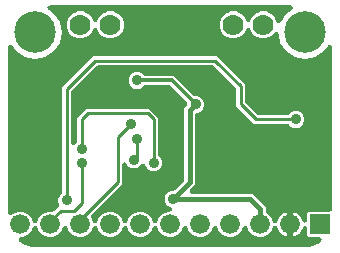
<source format=gbr>
G04 EAGLE Gerber RS-274X export*
G75*
%MOMM*%
%FSLAX34Y34*%
%LPD*%
%INBottom Copper*%
%IPPOS*%
%AMOC8*
5,1,8,0,0,1.08239X$1,22.5*%
G01*
%ADD10C,3.516000*%
%ADD11R,1.676400X1.676400*%
%ADD12C,1.676400*%
%ADD13C,1.778000*%
%ADD14C,0.906400*%
%ADD15C,0.254000*%
%ADD16C,0.406400*%
%ADD17C,0.304800*%

G36*
X254066Y2547D02*
X254066Y2547D01*
X254159Y2547D01*
X257418Y2803D01*
X257490Y2816D01*
X257563Y2820D01*
X257728Y2859D01*
X257814Y2875D01*
X257845Y2887D01*
X257886Y2897D01*
X264083Y4910D01*
X264224Y4972D01*
X264366Y5026D01*
X264413Y5055D01*
X264452Y5072D01*
X264523Y5121D01*
X264650Y5199D01*
X267119Y6993D01*
X267245Y7105D01*
X267374Y7212D01*
X267395Y7238D01*
X267419Y7260D01*
X267521Y7395D01*
X267626Y7526D01*
X267641Y7556D01*
X267661Y7582D01*
X267734Y7734D01*
X267812Y7883D01*
X267821Y7915D01*
X267835Y7945D01*
X267876Y8108D01*
X267923Y8270D01*
X267926Y8304D01*
X267934Y8336D01*
X267942Y8503D01*
X267956Y8672D01*
X267952Y8705D01*
X267954Y8738D01*
X267929Y8904D01*
X267909Y9071D01*
X267899Y9103D01*
X267894Y9136D01*
X267836Y9294D01*
X267784Y9454D01*
X267768Y9483D01*
X267756Y9515D01*
X267669Y9658D01*
X267586Y9805D01*
X267564Y9830D01*
X267547Y9859D01*
X267433Y9982D01*
X267323Y10110D01*
X267297Y10130D01*
X267274Y10154D01*
X267137Y10254D01*
X267005Y10356D01*
X266975Y10371D01*
X266948Y10391D01*
X266795Y10461D01*
X266644Y10536D01*
X266612Y10544D01*
X266582Y10558D01*
X266418Y10596D01*
X266256Y10640D01*
X266218Y10643D01*
X266190Y10650D01*
X266104Y10653D01*
X265925Y10667D01*
X257266Y10667D01*
X255777Y12156D01*
X255777Y17975D01*
X255769Y18059D01*
X255770Y18143D01*
X255749Y18259D01*
X255737Y18376D01*
X255713Y18456D01*
X255697Y18539D01*
X255654Y18648D01*
X255619Y18761D01*
X255579Y18835D01*
X255548Y18913D01*
X255483Y19011D01*
X255427Y19115D01*
X255374Y19179D01*
X255327Y19250D01*
X255245Y19334D01*
X255170Y19424D01*
X255104Y19477D01*
X255045Y19537D01*
X254947Y19603D01*
X254856Y19676D01*
X254781Y19715D01*
X254711Y19762D01*
X254603Y19808D01*
X254499Y19862D01*
X254418Y19885D01*
X254340Y19918D01*
X254225Y19941D01*
X254112Y19973D01*
X254028Y19980D01*
X253945Y19996D01*
X253828Y19996D01*
X253710Y20006D01*
X253627Y19996D01*
X253542Y19996D01*
X253427Y19973D01*
X253311Y19959D01*
X253230Y19933D01*
X253148Y19916D01*
X253039Y19871D01*
X252928Y19834D01*
X252854Y19793D01*
X252777Y19760D01*
X252680Y19694D01*
X252577Y19636D01*
X252513Y19581D01*
X252444Y19534D01*
X252361Y19450D01*
X252273Y19373D01*
X252221Y19307D01*
X252162Y19246D01*
X252098Y19148D01*
X252026Y19055D01*
X251988Y18980D01*
X251942Y18909D01*
X251885Y18772D01*
X251846Y18695D01*
X251835Y18654D01*
X251814Y18603D01*
X251423Y17397D01*
X250642Y15865D01*
X249631Y14474D01*
X248416Y13259D01*
X247025Y12248D01*
X245493Y11468D01*
X243858Y10936D01*
X243799Y10927D01*
X243799Y21122D01*
X243797Y21140D01*
X243799Y21157D01*
X243778Y21339D01*
X243759Y21522D01*
X243754Y21539D01*
X243752Y21557D01*
X243739Y21598D01*
X243766Y21692D01*
X243768Y21710D01*
X243772Y21727D01*
X243799Y22058D01*
X243799Y32253D01*
X243858Y32244D01*
X245493Y31712D01*
X247025Y30932D01*
X248416Y29921D01*
X249631Y28706D01*
X250642Y27315D01*
X251423Y25783D01*
X251814Y24577D01*
X251848Y24500D01*
X251873Y24419D01*
X251929Y24316D01*
X251976Y24209D01*
X252024Y24140D01*
X252065Y24065D01*
X252140Y23975D01*
X252207Y23879D01*
X252268Y23821D01*
X252322Y23756D01*
X252414Y23683D01*
X252499Y23602D01*
X252570Y23557D01*
X252636Y23504D01*
X252740Y23450D01*
X252840Y23387D01*
X252919Y23357D01*
X252993Y23318D01*
X253106Y23286D01*
X253216Y23244D01*
X253299Y23230D01*
X253380Y23207D01*
X253497Y23197D01*
X253613Y23178D01*
X253698Y23181D01*
X253782Y23174D01*
X253898Y23188D01*
X254016Y23192D01*
X254098Y23211D01*
X254181Y23221D01*
X254293Y23257D01*
X254407Y23284D01*
X254484Y23320D01*
X254564Y23346D01*
X254666Y23403D01*
X254773Y23453D01*
X254841Y23502D01*
X254915Y23544D01*
X255004Y23620D01*
X255099Y23690D01*
X255156Y23752D01*
X255220Y23807D01*
X255292Y23900D01*
X255371Y23986D01*
X255415Y24058D01*
X255466Y24125D01*
X255519Y24230D01*
X255579Y24331D01*
X255608Y24410D01*
X255646Y24485D01*
X255676Y24599D01*
X255716Y24709D01*
X255728Y24793D01*
X255750Y24874D01*
X255762Y25023D01*
X255775Y25108D01*
X255773Y25150D01*
X255777Y25205D01*
X255777Y31024D01*
X257266Y32513D01*
X274828Y32513D01*
X274846Y32515D01*
X274864Y32513D01*
X275046Y32534D01*
X275229Y32553D01*
X275246Y32558D01*
X275263Y32560D01*
X275438Y32617D01*
X275614Y32671D01*
X275629Y32679D01*
X275646Y32685D01*
X275806Y32775D01*
X275968Y32863D01*
X275981Y32874D01*
X275997Y32883D01*
X276136Y33003D01*
X276277Y33120D01*
X276288Y33134D01*
X276302Y33146D01*
X276414Y33291D01*
X276529Y33434D01*
X276537Y33450D01*
X276548Y33464D01*
X276630Y33629D01*
X276715Y33791D01*
X276720Y33808D01*
X276728Y33824D01*
X276775Y34002D01*
X276826Y34178D01*
X276828Y34196D01*
X276832Y34213D01*
X276859Y34544D01*
X276859Y171660D01*
X276859Y171667D01*
X276859Y171674D01*
X276838Y171870D01*
X276819Y172061D01*
X276817Y172067D01*
X276817Y172074D01*
X276758Y172260D01*
X276701Y172446D01*
X276698Y172452D01*
X276696Y172458D01*
X276602Y172629D01*
X276509Y172800D01*
X276505Y172805D01*
X276502Y172811D01*
X276375Y172961D01*
X276252Y173109D01*
X276246Y173113D01*
X276242Y173118D01*
X276090Y173239D01*
X275938Y173361D01*
X275932Y173365D01*
X275927Y173369D01*
X275754Y173457D01*
X275581Y173547D01*
X275574Y173549D01*
X275568Y173552D01*
X275382Y173604D01*
X275194Y173658D01*
X275187Y173659D01*
X275181Y173661D01*
X274988Y173675D01*
X274792Y173691D01*
X274786Y173690D01*
X274779Y173691D01*
X274586Y173667D01*
X274393Y173644D01*
X274386Y173642D01*
X274380Y173641D01*
X274197Y173580D01*
X274010Y173520D01*
X274004Y173516D01*
X273998Y173514D01*
X273831Y173419D01*
X273659Y173322D01*
X273654Y173317D01*
X273648Y173314D01*
X273503Y173187D01*
X273355Y173058D01*
X273350Y173053D01*
X273345Y173049D01*
X273139Y172789D01*
X270024Y168126D01*
X262672Y163214D01*
X254000Y161489D01*
X245328Y163214D01*
X237976Y168126D01*
X233064Y175478D01*
X231569Y182995D01*
X231566Y183006D01*
X231564Y183017D01*
X231507Y183197D01*
X231452Y183380D01*
X231446Y183390D01*
X231443Y183400D01*
X231351Y183567D01*
X231261Y183734D01*
X231254Y183743D01*
X231248Y183753D01*
X231125Y183897D01*
X231004Y184044D01*
X230995Y184051D01*
X230988Y184060D01*
X230839Y184177D01*
X230690Y184297D01*
X230680Y184302D01*
X230672Y184309D01*
X230502Y184396D01*
X230333Y184484D01*
X230323Y184487D01*
X230313Y184492D01*
X230129Y184543D01*
X229947Y184596D01*
X229936Y184597D01*
X229925Y184600D01*
X229734Y184614D01*
X229546Y184630D01*
X229535Y184628D01*
X229523Y184629D01*
X229332Y184605D01*
X229146Y184584D01*
X229135Y184580D01*
X229124Y184579D01*
X228943Y184518D01*
X228763Y184460D01*
X228753Y184454D01*
X228742Y184450D01*
X228577Y184355D01*
X228411Y184262D01*
X228403Y184255D01*
X228393Y184250D01*
X228140Y184035D01*
X224915Y180809D01*
X220714Y179069D01*
X216166Y179069D01*
X211965Y180809D01*
X208749Y184025D01*
X207617Y186760D01*
X207612Y186768D01*
X207610Y186776D01*
X207518Y186944D01*
X207426Y187115D01*
X207421Y187122D01*
X207416Y187130D01*
X207293Y187276D01*
X207170Y187425D01*
X207163Y187431D01*
X207157Y187438D01*
X207007Y187557D01*
X206857Y187679D01*
X206849Y187683D01*
X206843Y187689D01*
X206671Y187777D01*
X206501Y187866D01*
X206492Y187869D01*
X206484Y187873D01*
X206299Y187925D01*
X206114Y187979D01*
X206106Y187980D01*
X206097Y187982D01*
X205906Y187997D01*
X205713Y188014D01*
X205704Y188013D01*
X205696Y188013D01*
X205503Y187990D01*
X205313Y187969D01*
X205305Y187966D01*
X205296Y187965D01*
X205111Y187904D01*
X204930Y187845D01*
X204922Y187841D01*
X204914Y187838D01*
X204746Y187743D01*
X204578Y187649D01*
X204572Y187643D01*
X204564Y187639D01*
X204419Y187512D01*
X204273Y187387D01*
X204267Y187380D01*
X204260Y187374D01*
X204143Y187222D01*
X204024Y187070D01*
X204020Y187062D01*
X204015Y187055D01*
X203863Y186760D01*
X202731Y184025D01*
X199515Y180809D01*
X195314Y179069D01*
X190766Y179069D01*
X186565Y180809D01*
X183349Y184025D01*
X181609Y188226D01*
X181609Y192774D01*
X183349Y196975D01*
X186565Y200191D01*
X190357Y201761D01*
X190766Y201931D01*
X195314Y201931D01*
X199515Y200191D01*
X202731Y196975D01*
X203863Y194240D01*
X203868Y194232D01*
X203870Y194224D01*
X203963Y194055D01*
X204054Y193885D01*
X204059Y193878D01*
X204064Y193870D01*
X204188Y193723D01*
X204310Y193575D01*
X204317Y193569D01*
X204323Y193562D01*
X204474Y193442D01*
X204623Y193321D01*
X204630Y193317D01*
X204638Y193311D01*
X204808Y193224D01*
X204979Y193134D01*
X204988Y193131D01*
X204996Y193127D01*
X205178Y193076D01*
X205366Y193021D01*
X205375Y193020D01*
X205383Y193018D01*
X205574Y193003D01*
X205767Y192986D01*
X205776Y192987D01*
X205784Y192987D01*
X205975Y193010D01*
X206167Y193031D01*
X206175Y193034D01*
X206184Y193035D01*
X206365Y193095D01*
X206550Y193155D01*
X206558Y193159D01*
X206566Y193162D01*
X206733Y193257D01*
X206902Y193351D01*
X206908Y193357D01*
X206916Y193361D01*
X207063Y193489D01*
X207207Y193613D01*
X207213Y193620D01*
X207220Y193626D01*
X207337Y193779D01*
X207456Y193930D01*
X207460Y193938D01*
X207465Y193945D01*
X207617Y194240D01*
X208749Y196975D01*
X211965Y200191D01*
X215757Y201761D01*
X216166Y201931D01*
X220714Y201931D01*
X224915Y200191D01*
X228131Y196975D01*
X229626Y193364D01*
X229631Y193354D01*
X229635Y193344D01*
X229726Y193177D01*
X229816Y193009D01*
X229823Y193001D01*
X229829Y192991D01*
X229952Y192845D01*
X230073Y192699D01*
X230081Y192692D01*
X230089Y192683D01*
X230239Y192564D01*
X230385Y192445D01*
X230395Y192440D01*
X230404Y192433D01*
X230574Y192346D01*
X230742Y192258D01*
X230753Y192255D01*
X230763Y192250D01*
X230945Y192199D01*
X231128Y192145D01*
X231139Y192144D01*
X231150Y192141D01*
X231340Y192127D01*
X231529Y192110D01*
X231540Y192112D01*
X231552Y192111D01*
X231741Y192134D01*
X231929Y192156D01*
X231940Y192159D01*
X231951Y192160D01*
X232131Y192220D01*
X232313Y192279D01*
X232323Y192284D01*
X232333Y192288D01*
X232497Y192382D01*
X232664Y192475D01*
X232673Y192482D01*
X232682Y192488D01*
X232825Y192613D01*
X232970Y192737D01*
X232977Y192746D01*
X232985Y192753D01*
X233192Y193013D01*
X237976Y200174D01*
X242639Y203289D01*
X242644Y203293D01*
X242650Y203297D01*
X242797Y203419D01*
X242950Y203545D01*
X242954Y203550D01*
X242959Y203554D01*
X243080Y203704D01*
X243204Y203857D01*
X243207Y203863D01*
X243211Y203868D01*
X243300Y204039D01*
X243392Y204213D01*
X243394Y204220D01*
X243397Y204225D01*
X243451Y204413D01*
X243506Y204599D01*
X243507Y204606D01*
X243508Y204612D01*
X243524Y204808D01*
X243541Y205000D01*
X243541Y205007D01*
X243541Y205014D01*
X243519Y205207D01*
X243497Y205400D01*
X243495Y205407D01*
X243494Y205413D01*
X243434Y205600D01*
X243375Y205784D01*
X243372Y205790D01*
X243370Y205796D01*
X243274Y205965D01*
X243179Y206136D01*
X243175Y206141D01*
X243172Y206147D01*
X243046Y206292D01*
X242918Y206442D01*
X242913Y206447D01*
X242908Y206452D01*
X242757Y206569D01*
X242602Y206691D01*
X242596Y206694D01*
X242590Y206698D01*
X242416Y206785D01*
X242242Y206873D01*
X242236Y206875D01*
X242230Y206878D01*
X242041Y206928D01*
X241854Y206980D01*
X241848Y206980D01*
X241841Y206982D01*
X241510Y207009D01*
X37890Y207009D01*
X37883Y207009D01*
X37876Y207009D01*
X37681Y206988D01*
X37489Y206969D01*
X37483Y206967D01*
X37476Y206967D01*
X37291Y206908D01*
X37104Y206851D01*
X37098Y206848D01*
X37092Y206846D01*
X36922Y206753D01*
X36750Y206659D01*
X36745Y206655D01*
X36739Y206652D01*
X36590Y206526D01*
X36441Y206402D01*
X36437Y206397D01*
X36432Y206392D01*
X36310Y206239D01*
X36189Y206088D01*
X36185Y206082D01*
X36181Y206077D01*
X36093Y205903D01*
X36003Y205731D01*
X36001Y205724D01*
X35998Y205718D01*
X35946Y205532D01*
X35892Y205344D01*
X35891Y205337D01*
X35889Y205331D01*
X35875Y205138D01*
X35859Y204942D01*
X35860Y204936D01*
X35859Y204929D01*
X35883Y204736D01*
X35906Y204543D01*
X35908Y204536D01*
X35909Y204530D01*
X35970Y204345D01*
X36031Y204160D01*
X36034Y204154D01*
X36036Y204148D01*
X36133Y203979D01*
X36228Y203809D01*
X36233Y203804D01*
X36236Y203798D01*
X36364Y203653D01*
X36492Y203505D01*
X36497Y203500D01*
X36501Y203495D01*
X36761Y203289D01*
X41424Y200174D01*
X46336Y192822D01*
X48061Y184150D01*
X46336Y175478D01*
X41424Y168126D01*
X34072Y163214D01*
X25400Y161489D01*
X16728Y163214D01*
X9376Y168126D01*
X6261Y172789D01*
X6257Y172794D01*
X6253Y172800D01*
X6129Y172949D01*
X6005Y173100D01*
X6000Y173104D01*
X5996Y173109D01*
X5843Y173232D01*
X5693Y173354D01*
X5687Y173357D01*
X5682Y173361D01*
X5510Y173451D01*
X5337Y173542D01*
X5330Y173544D01*
X5325Y173547D01*
X5139Y173600D01*
X4951Y173656D01*
X4944Y173657D01*
X4938Y173658D01*
X4744Y173674D01*
X4550Y173691D01*
X4543Y173691D01*
X4536Y173691D01*
X4343Y173669D01*
X4150Y173647D01*
X4143Y173645D01*
X4137Y173644D01*
X3950Y173584D01*
X3766Y173525D01*
X3760Y173522D01*
X3754Y173519D01*
X3582Y173423D01*
X3414Y173329D01*
X3409Y173325D01*
X3403Y173322D01*
X3255Y173194D01*
X3108Y173068D01*
X3104Y173063D01*
X3098Y173058D01*
X2979Y172904D01*
X2859Y172752D01*
X2856Y172746D01*
X2852Y172740D01*
X2765Y172565D01*
X2677Y172392D01*
X2675Y172386D01*
X2672Y172380D01*
X2621Y172190D01*
X2570Y172004D01*
X2570Y171998D01*
X2568Y171991D01*
X2541Y171660D01*
X2541Y31782D01*
X2542Y31773D01*
X2541Y31764D01*
X2562Y31571D01*
X2581Y31381D01*
X2583Y31372D01*
X2584Y31364D01*
X2642Y31180D01*
X2699Y30996D01*
X2703Y30988D01*
X2706Y30980D01*
X2799Y30811D01*
X2891Y30642D01*
X2896Y30635D01*
X2901Y30627D01*
X3026Y30480D01*
X3148Y30333D01*
X3155Y30327D01*
X3161Y30320D01*
X3313Y30200D01*
X3462Y30081D01*
X3470Y30076D01*
X3477Y30071D01*
X3650Y29983D01*
X3819Y29895D01*
X3828Y29893D01*
X3836Y29888D01*
X4021Y29837D01*
X4206Y29784D01*
X4215Y29783D01*
X4224Y29780D01*
X4416Y29766D01*
X4608Y29751D01*
X4616Y29752D01*
X4625Y29751D01*
X4817Y29775D01*
X5007Y29798D01*
X5016Y29800D01*
X5025Y29802D01*
X5207Y29863D01*
X5390Y29922D01*
X5398Y29927D01*
X5406Y29930D01*
X5574Y30026D01*
X5741Y30120D01*
X5748Y30126D01*
X5755Y30131D01*
X6008Y30345D01*
X6513Y30850D01*
X10527Y32513D01*
X14873Y32513D01*
X18887Y30850D01*
X21960Y27777D01*
X23523Y24003D01*
X23528Y23995D01*
X23530Y23986D01*
X23623Y23817D01*
X23714Y23648D01*
X23719Y23641D01*
X23724Y23633D01*
X23848Y23485D01*
X23970Y23337D01*
X23977Y23332D01*
X23983Y23325D01*
X24133Y23205D01*
X24283Y23084D01*
X24291Y23079D01*
X24298Y23074D01*
X24467Y22987D01*
X24639Y22896D01*
X24648Y22894D01*
X24656Y22890D01*
X24838Y22838D01*
X25026Y22783D01*
X25035Y22783D01*
X25043Y22780D01*
X25234Y22765D01*
X25427Y22749D01*
X25436Y22750D01*
X25444Y22749D01*
X25635Y22772D01*
X25827Y22794D01*
X25835Y22797D01*
X25844Y22798D01*
X26026Y22858D01*
X26210Y22917D01*
X26218Y22922D01*
X26226Y22924D01*
X26394Y23020D01*
X26562Y23113D01*
X26568Y23119D01*
X26576Y23124D01*
X26722Y23251D01*
X26867Y23375D01*
X26873Y23382D01*
X26880Y23388D01*
X26997Y23540D01*
X27116Y23692D01*
X27120Y23700D01*
X27125Y23707D01*
X27277Y24003D01*
X28840Y27777D01*
X31913Y30850D01*
X35927Y32513D01*
X40252Y32513D01*
X40279Y32515D01*
X40306Y32513D01*
X40479Y32535D01*
X40653Y32553D01*
X40678Y32560D01*
X40705Y32564D01*
X40871Y32619D01*
X41038Y32671D01*
X41061Y32684D01*
X41087Y32692D01*
X41238Y32779D01*
X41392Y32863D01*
X41412Y32880D01*
X41436Y32893D01*
X41689Y33108D01*
X45235Y36654D01*
X45249Y36671D01*
X45266Y36685D01*
X45376Y36826D01*
X45490Y36965D01*
X45500Y36985D01*
X45514Y37003D01*
X45595Y37163D01*
X45678Y37321D01*
X45685Y37342D01*
X45695Y37362D01*
X45742Y37536D01*
X45793Y37707D01*
X45795Y37729D01*
X45801Y37751D01*
X45813Y37929D01*
X45829Y38108D01*
X45827Y38130D01*
X45829Y38152D01*
X45805Y38329D01*
X45786Y38508D01*
X45779Y38529D01*
X45776Y38551D01*
X45675Y38867D01*
X44997Y40503D01*
X44997Y43317D01*
X46074Y45916D01*
X47664Y47507D01*
X47681Y47527D01*
X47702Y47545D01*
X47809Y47683D01*
X47919Y47818D01*
X47932Y47842D01*
X47948Y47863D01*
X48026Y48020D01*
X48108Y48174D01*
X48116Y48199D01*
X48128Y48223D01*
X48173Y48393D01*
X48223Y48560D01*
X48225Y48586D01*
X48232Y48612D01*
X48259Y48943D01*
X48259Y137468D01*
X74622Y163831D01*
X179378Y163831D01*
X203201Y140008D01*
X203201Y125610D01*
X203203Y125583D01*
X203201Y125557D01*
X203223Y125383D01*
X203241Y125209D01*
X203248Y125184D01*
X203252Y125157D01*
X203307Y124991D01*
X203359Y124824D01*
X203372Y124801D01*
X203380Y124775D01*
X203467Y124624D01*
X203551Y124470D01*
X203568Y124450D01*
X203581Y124427D01*
X203796Y124174D01*
X213074Y114896D01*
X213094Y114879D01*
X213112Y114858D01*
X213250Y114751D01*
X213385Y114641D01*
X213409Y114628D01*
X213430Y114612D01*
X213587Y114534D01*
X213741Y114452D01*
X213766Y114444D01*
X213790Y114432D01*
X213960Y114387D01*
X214127Y114337D01*
X214153Y114335D01*
X214179Y114328D01*
X214510Y114301D01*
X239347Y114301D01*
X239374Y114303D01*
X239400Y114301D01*
X239574Y114323D01*
X239748Y114341D01*
X239773Y114348D01*
X239800Y114352D01*
X239965Y114407D01*
X240133Y114459D01*
X240156Y114472D01*
X240181Y114480D01*
X240333Y114567D01*
X240487Y114651D01*
X240507Y114668D01*
X240530Y114681D01*
X240783Y114896D01*
X242374Y116486D01*
X244973Y117563D01*
X247787Y117563D01*
X250386Y116486D01*
X252376Y114496D01*
X253453Y111897D01*
X253453Y109083D01*
X252376Y106484D01*
X250386Y104494D01*
X247787Y103417D01*
X244973Y103417D01*
X242374Y104494D01*
X240783Y106084D01*
X240763Y106101D01*
X240745Y106122D01*
X240607Y106229D01*
X240472Y106339D01*
X240448Y106352D01*
X240427Y106368D01*
X240270Y106446D01*
X240116Y106528D01*
X240091Y106536D01*
X240067Y106548D01*
X239897Y106593D01*
X239730Y106643D01*
X239704Y106645D01*
X239678Y106652D01*
X239347Y106679D01*
X210512Y106679D01*
X195579Y121612D01*
X195579Y136010D01*
X195577Y136037D01*
X195579Y136063D01*
X195557Y136237D01*
X195539Y136411D01*
X195532Y136436D01*
X195528Y136463D01*
X195473Y136629D01*
X195421Y136796D01*
X195408Y136819D01*
X195400Y136845D01*
X195313Y136996D01*
X195229Y137150D01*
X195212Y137170D01*
X195199Y137193D01*
X194984Y137446D01*
X176816Y155614D01*
X176796Y155631D01*
X176778Y155652D01*
X176640Y155759D01*
X176505Y155869D01*
X176481Y155882D01*
X176460Y155898D01*
X176303Y155976D01*
X176149Y156058D01*
X176124Y156066D01*
X176100Y156078D01*
X175930Y156123D01*
X175763Y156173D01*
X175737Y156175D01*
X175711Y156182D01*
X175380Y156209D01*
X78620Y156209D01*
X78593Y156207D01*
X78567Y156209D01*
X78393Y156187D01*
X78219Y156169D01*
X78194Y156162D01*
X78167Y156158D01*
X78001Y156103D01*
X77834Y156051D01*
X77811Y156038D01*
X77785Y156030D01*
X77634Y155943D01*
X77480Y155859D01*
X77460Y155842D01*
X77437Y155829D01*
X77184Y155614D01*
X56476Y134906D01*
X56459Y134886D01*
X56438Y134868D01*
X56331Y134730D01*
X56221Y134595D01*
X56208Y134571D01*
X56192Y134550D01*
X56114Y134393D01*
X56032Y134239D01*
X56024Y134214D01*
X56012Y134190D01*
X55967Y134020D01*
X55917Y133853D01*
X55915Y133827D01*
X55908Y133801D01*
X55881Y133470D01*
X55881Y91107D01*
X55882Y91098D01*
X55881Y91089D01*
X55902Y90897D01*
X55921Y90706D01*
X55923Y90698D01*
X55924Y90689D01*
X55982Y90507D01*
X56039Y90321D01*
X56043Y90313D01*
X56046Y90305D01*
X56139Y90137D01*
X56231Y89967D01*
X56236Y89961D01*
X56241Y89953D01*
X56366Y89805D01*
X56488Y89658D01*
X56495Y89653D01*
X56501Y89646D01*
X56653Y89526D01*
X56802Y89406D01*
X56810Y89402D01*
X56817Y89396D01*
X56990Y89308D01*
X57159Y89220D01*
X57168Y89218D01*
X57176Y89214D01*
X57361Y89162D01*
X57546Y89109D01*
X57555Y89108D01*
X57564Y89106D01*
X57756Y89092D01*
X57948Y89076D01*
X57956Y89077D01*
X57965Y89076D01*
X58156Y89100D01*
X58347Y89123D01*
X58356Y89126D01*
X58365Y89127D01*
X58546Y89188D01*
X58730Y89248D01*
X58738Y89252D01*
X58746Y89255D01*
X58914Y89351D01*
X59081Y89446D01*
X59088Y89451D01*
X59095Y89456D01*
X59348Y89671D01*
X60364Y90687D01*
X60381Y90707D01*
X60402Y90725D01*
X60508Y90863D01*
X60619Y90998D01*
X60632Y91022D01*
X60648Y91043D01*
X60726Y91199D01*
X60808Y91354D01*
X60816Y91380D01*
X60828Y91403D01*
X60873Y91573D01*
X60923Y91740D01*
X60925Y91766D01*
X60932Y91792D01*
X60959Y92123D01*
X60959Y112068D01*
X68272Y119381D01*
X122228Y119381D01*
X129541Y112068D01*
X129541Y80693D01*
X129543Y80666D01*
X129541Y80640D01*
X129563Y80466D01*
X129581Y80292D01*
X129588Y80267D01*
X129592Y80240D01*
X129647Y80075D01*
X129699Y79907D01*
X129712Y79884D01*
X129720Y79859D01*
X129807Y79707D01*
X129891Y79553D01*
X129908Y79533D01*
X129921Y79510D01*
X130136Y79257D01*
X131726Y77666D01*
X132803Y75067D01*
X132803Y72253D01*
X131726Y69654D01*
X129736Y67664D01*
X127137Y66587D01*
X124323Y66587D01*
X121724Y67664D01*
X119734Y69654D01*
X118826Y71847D01*
X118821Y71855D01*
X118819Y71864D01*
X118726Y72033D01*
X118635Y72202D01*
X118630Y72209D01*
X118625Y72217D01*
X118502Y72364D01*
X118379Y72512D01*
X118372Y72518D01*
X118366Y72525D01*
X118216Y72645D01*
X118066Y72766D01*
X118058Y72770D01*
X118051Y72776D01*
X117880Y72863D01*
X117710Y72953D01*
X117701Y72955D01*
X117693Y72960D01*
X117508Y73012D01*
X117323Y73066D01*
X117314Y73067D01*
X117305Y73069D01*
X117114Y73084D01*
X116922Y73101D01*
X116913Y73100D01*
X116904Y73100D01*
X116712Y73077D01*
X116522Y73055D01*
X116514Y73053D01*
X116504Y73052D01*
X116321Y72991D01*
X116139Y72932D01*
X116131Y72928D01*
X116122Y72925D01*
X115955Y72830D01*
X115787Y72736D01*
X115780Y72730D01*
X115772Y72725D01*
X115628Y72599D01*
X115482Y72474D01*
X115476Y72467D01*
X115469Y72461D01*
X115422Y72400D01*
X113226Y70204D01*
X110627Y69127D01*
X107813Y69127D01*
X105214Y70204D01*
X103224Y72194D01*
X102969Y72810D01*
X102967Y72814D01*
X102965Y72818D01*
X102872Y72991D01*
X102778Y73165D01*
X102776Y73169D01*
X102773Y73173D01*
X102649Y73321D01*
X102522Y73476D01*
X102519Y73478D01*
X102516Y73482D01*
X102363Y73605D01*
X102209Y73729D01*
X102205Y73731D01*
X102202Y73734D01*
X102029Y73824D01*
X101853Y73916D01*
X101849Y73918D01*
X101845Y73920D01*
X101657Y73974D01*
X101466Y74029D01*
X101462Y74030D01*
X101458Y74031D01*
X101260Y74047D01*
X101065Y74064D01*
X101061Y74064D01*
X101056Y74064D01*
X100862Y74041D01*
X100665Y74019D01*
X100661Y74017D01*
X100657Y74017D01*
X100471Y73956D01*
X100282Y73896D01*
X100278Y73894D01*
X100274Y73892D01*
X100102Y73795D01*
X99930Y73699D01*
X99927Y73696D01*
X99923Y73694D01*
X99775Y73566D01*
X99625Y73438D01*
X99622Y73434D01*
X99618Y73431D01*
X99498Y73276D01*
X99376Y73121D01*
X99374Y73117D01*
X99372Y73113D01*
X99283Y72935D01*
X99196Y72761D01*
X99194Y72757D01*
X99192Y72752D01*
X99141Y72561D01*
X99089Y72372D01*
X99089Y72368D01*
X99088Y72364D01*
X99061Y72033D01*
X99061Y55572D01*
X73282Y29793D01*
X73268Y29776D01*
X73251Y29761D01*
X73141Y29620D01*
X73027Y29481D01*
X73017Y29462D01*
X73003Y29444D01*
X72922Y29284D01*
X72838Y29126D01*
X72832Y29104D01*
X72822Y29084D01*
X72775Y28911D01*
X72724Y28740D01*
X72722Y28718D01*
X72716Y28696D01*
X72703Y28517D01*
X72687Y28339D01*
X72690Y28317D01*
X72688Y28294D01*
X72711Y28117D01*
X72731Y27939D01*
X72737Y27917D01*
X72740Y27895D01*
X72842Y27579D01*
X74323Y24003D01*
X74328Y23995D01*
X74330Y23986D01*
X74423Y23817D01*
X74514Y23648D01*
X74519Y23641D01*
X74524Y23633D01*
X74648Y23485D01*
X74770Y23337D01*
X74777Y23332D01*
X74783Y23325D01*
X74934Y23204D01*
X75083Y23084D01*
X75090Y23079D01*
X75098Y23074D01*
X75268Y22986D01*
X75439Y22896D01*
X75448Y22894D01*
X75456Y22890D01*
X75638Y22838D01*
X75826Y22783D01*
X75835Y22783D01*
X75843Y22780D01*
X76034Y22765D01*
X76227Y22749D01*
X76236Y22750D01*
X76244Y22749D01*
X76435Y22772D01*
X76627Y22794D01*
X76635Y22797D01*
X76644Y22798D01*
X76825Y22858D01*
X77010Y22917D01*
X77018Y22922D01*
X77026Y22924D01*
X77193Y23019D01*
X77362Y23113D01*
X77368Y23119D01*
X77376Y23124D01*
X77523Y23252D01*
X77667Y23375D01*
X77673Y23382D01*
X77680Y23388D01*
X77797Y23541D01*
X77916Y23692D01*
X77920Y23700D01*
X77925Y23707D01*
X78077Y24003D01*
X79640Y27777D01*
X82713Y30850D01*
X86727Y32513D01*
X91073Y32513D01*
X95087Y30850D01*
X98160Y27777D01*
X99723Y24003D01*
X99728Y23995D01*
X99730Y23986D01*
X99823Y23817D01*
X99914Y23648D01*
X99919Y23641D01*
X99924Y23633D01*
X100048Y23485D01*
X100170Y23337D01*
X100177Y23332D01*
X100183Y23325D01*
X100333Y23205D01*
X100483Y23084D01*
X100491Y23079D01*
X100498Y23074D01*
X100667Y22987D01*
X100839Y22896D01*
X100848Y22894D01*
X100856Y22890D01*
X101038Y22838D01*
X101226Y22783D01*
X101235Y22783D01*
X101243Y22780D01*
X101434Y22765D01*
X101627Y22749D01*
X101636Y22750D01*
X101644Y22749D01*
X101835Y22772D01*
X102027Y22794D01*
X102035Y22797D01*
X102044Y22798D01*
X102226Y22858D01*
X102410Y22917D01*
X102418Y22922D01*
X102426Y22924D01*
X102594Y23020D01*
X102762Y23113D01*
X102768Y23119D01*
X102776Y23124D01*
X102922Y23251D01*
X103067Y23375D01*
X103073Y23382D01*
X103080Y23388D01*
X103197Y23540D01*
X103316Y23692D01*
X103320Y23700D01*
X103325Y23707D01*
X103477Y24003D01*
X105040Y27777D01*
X108113Y30850D01*
X112127Y32513D01*
X116473Y32513D01*
X120487Y30850D01*
X123560Y27777D01*
X125123Y24003D01*
X125128Y23995D01*
X125130Y23986D01*
X125223Y23817D01*
X125314Y23648D01*
X125319Y23641D01*
X125324Y23633D01*
X125448Y23485D01*
X125570Y23337D01*
X125577Y23332D01*
X125583Y23325D01*
X125733Y23205D01*
X125883Y23084D01*
X125891Y23079D01*
X125898Y23074D01*
X126067Y22987D01*
X126239Y22896D01*
X126248Y22894D01*
X126256Y22890D01*
X126438Y22838D01*
X126626Y22783D01*
X126635Y22783D01*
X126643Y22780D01*
X126834Y22765D01*
X127027Y22749D01*
X127036Y22750D01*
X127044Y22749D01*
X127235Y22772D01*
X127427Y22794D01*
X127435Y22797D01*
X127444Y22798D01*
X127626Y22858D01*
X127810Y22917D01*
X127818Y22922D01*
X127826Y22924D01*
X127994Y23020D01*
X128162Y23113D01*
X128168Y23119D01*
X128176Y23124D01*
X128322Y23251D01*
X128467Y23375D01*
X128473Y23382D01*
X128480Y23388D01*
X128597Y23540D01*
X128716Y23692D01*
X128720Y23700D01*
X128725Y23707D01*
X128877Y24003D01*
X130440Y27777D01*
X133513Y30850D01*
X137527Y32513D01*
X139299Y32513D01*
X139304Y32513D01*
X139308Y32513D01*
X139502Y32533D01*
X139700Y32553D01*
X139704Y32554D01*
X139709Y32554D01*
X139895Y32612D01*
X140085Y32671D01*
X140089Y32673D01*
X140093Y32674D01*
X140265Y32768D01*
X140439Y32863D01*
X140442Y32865D01*
X140446Y32868D01*
X140597Y32995D01*
X140748Y33120D01*
X140751Y33124D01*
X140754Y33127D01*
X140877Y33280D01*
X141001Y33434D01*
X141003Y33438D01*
X141005Y33441D01*
X141095Y33616D01*
X141186Y33791D01*
X141187Y33796D01*
X141189Y33800D01*
X141242Y33987D01*
X141297Y34178D01*
X141298Y34183D01*
X141299Y34187D01*
X141314Y34380D01*
X141330Y34580D01*
X141330Y34584D01*
X141330Y34588D01*
X141307Y34782D01*
X141283Y34979D01*
X141282Y34984D01*
X141281Y34988D01*
X141220Y35173D01*
X141159Y35362D01*
X141156Y35366D01*
X141155Y35370D01*
X141057Y35542D01*
X140961Y35713D01*
X140958Y35716D01*
X140956Y35720D01*
X140824Y35871D01*
X140698Y36017D01*
X140694Y36020D01*
X140691Y36024D01*
X140535Y36144D01*
X140379Y36264D01*
X140375Y36266D01*
X140372Y36269D01*
X140077Y36421D01*
X138234Y37184D01*
X136244Y39174D01*
X135167Y41773D01*
X135167Y44587D01*
X136244Y47186D01*
X138234Y49176D01*
X140833Y50253D01*
X142005Y50253D01*
X142031Y50255D01*
X142058Y50253D01*
X142232Y50275D01*
X142405Y50293D01*
X142431Y50300D01*
X142457Y50304D01*
X142623Y50359D01*
X142790Y50411D01*
X142814Y50424D01*
X142839Y50432D01*
X142991Y50519D01*
X143144Y50603D01*
X143165Y50620D01*
X143188Y50633D01*
X143441Y50848D01*
X151042Y58449D01*
X151059Y58470D01*
X151080Y58487D01*
X151187Y58625D01*
X151297Y58761D01*
X151310Y58784D01*
X151326Y58805D01*
X151404Y58962D01*
X151486Y59116D01*
X151494Y59142D01*
X151506Y59166D01*
X151551Y59335D01*
X151601Y59502D01*
X151603Y59529D01*
X151610Y59555D01*
X151637Y59885D01*
X151637Y119020D01*
X152333Y120700D01*
X153622Y121989D01*
X153639Y122010D01*
X153660Y122027D01*
X153767Y122165D01*
X153877Y122301D01*
X153890Y122324D01*
X153906Y122345D01*
X153984Y122502D01*
X154066Y122656D01*
X154074Y122682D01*
X154086Y122706D01*
X154131Y122875D01*
X154181Y123042D01*
X154183Y123069D01*
X154190Y123095D01*
X154217Y123425D01*
X154217Y123673D01*
X154215Y123700D01*
X154217Y123726D01*
X154195Y123900D01*
X154177Y124074D01*
X154170Y124099D01*
X154166Y124126D01*
X154111Y124291D01*
X154059Y124458D01*
X154046Y124482D01*
X154038Y124507D01*
X153951Y124659D01*
X153867Y124813D01*
X153850Y124833D01*
X153837Y124856D01*
X153622Y125109D01*
X139881Y138850D01*
X139861Y138867D01*
X139843Y138888D01*
X139705Y138995D01*
X139570Y139105D01*
X139546Y139118D01*
X139525Y139134D01*
X139368Y139212D01*
X139214Y139294D01*
X139189Y139302D01*
X139164Y139314D01*
X138995Y139359D01*
X138828Y139409D01*
X138802Y139411D01*
X138776Y139418D01*
X138445Y139445D01*
X118539Y139445D01*
X118512Y139443D01*
X118486Y139445D01*
X118312Y139423D01*
X118138Y139405D01*
X118113Y139398D01*
X118086Y139394D01*
X117921Y139339D01*
X117753Y139287D01*
X117730Y139274D01*
X117705Y139266D01*
X117553Y139179D01*
X117399Y139095D01*
X117379Y139078D01*
X117356Y139065D01*
X117103Y138850D01*
X115766Y137514D01*
X113167Y136437D01*
X110353Y136437D01*
X107754Y137514D01*
X105764Y139504D01*
X104687Y142103D01*
X104687Y144917D01*
X105764Y147516D01*
X107754Y149506D01*
X110353Y150583D01*
X113167Y150583D01*
X115766Y149506D01*
X117103Y148170D01*
X117123Y148153D01*
X117141Y148132D01*
X117279Y148025D01*
X117414Y147915D01*
X117438Y147902D01*
X117459Y147886D01*
X117616Y147808D01*
X117770Y147726D01*
X117795Y147718D01*
X117819Y147706D01*
X117989Y147661D01*
X118156Y147611D01*
X118182Y147609D01*
X118208Y147602D01*
X118539Y147575D01*
X141779Y147575D01*
X143272Y146956D01*
X159371Y130858D01*
X159391Y130841D01*
X159409Y130820D01*
X159547Y130713D01*
X159682Y130603D01*
X159706Y130590D01*
X159727Y130574D01*
X159884Y130496D01*
X160038Y130414D01*
X160063Y130406D01*
X160088Y130394D01*
X160257Y130349D01*
X160424Y130299D01*
X160450Y130297D01*
X160476Y130290D01*
X160807Y130263D01*
X162697Y130263D01*
X165296Y129186D01*
X167286Y127196D01*
X168363Y124597D01*
X168363Y121783D01*
X167286Y119184D01*
X165296Y117194D01*
X162664Y116103D01*
X162596Y116096D01*
X162413Y116077D01*
X162396Y116072D01*
X162379Y116070D01*
X162204Y116013D01*
X162028Y115959D01*
X162013Y115951D01*
X161996Y115945D01*
X161836Y115855D01*
X161674Y115767D01*
X161661Y115756D01*
X161645Y115747D01*
X161506Y115627D01*
X161365Y115510D01*
X161354Y115496D01*
X161340Y115484D01*
X161228Y115339D01*
X161113Y115196D01*
X161105Y115180D01*
X161094Y115166D01*
X161012Y115001D01*
X160927Y114839D01*
X160922Y114822D01*
X160914Y114806D01*
X160867Y114627D01*
X160816Y114452D01*
X160814Y114434D01*
X160810Y114417D01*
X160783Y114086D01*
X160783Y56240D01*
X160087Y54560D01*
X158515Y52988D01*
X156747Y51220D01*
X156741Y51213D01*
X156735Y51208D01*
X156614Y51058D01*
X156492Y50909D01*
X156488Y50901D01*
X156482Y50894D01*
X156394Y50724D01*
X156303Y50553D01*
X156301Y50544D01*
X156297Y50537D01*
X156244Y50352D01*
X156189Y50167D01*
X156188Y50158D01*
X156185Y50150D01*
X156170Y49959D01*
X156152Y49766D01*
X156153Y49757D01*
X156152Y49748D01*
X156175Y49559D01*
X156196Y49366D01*
X156198Y49357D01*
X156199Y49349D01*
X156259Y49167D01*
X156317Y48982D01*
X156321Y48974D01*
X156324Y48966D01*
X156418Y48799D01*
X156512Y48630D01*
X156518Y48623D01*
X156522Y48615D01*
X156647Y48470D01*
X156772Y48323D01*
X156779Y48317D01*
X156785Y48310D01*
X156936Y48194D01*
X157088Y48073D01*
X157096Y48069D01*
X157103Y48064D01*
X157275Y47978D01*
X157447Y47891D01*
X157456Y47888D01*
X157464Y47884D01*
X157650Y47834D01*
X157835Y47783D01*
X157844Y47782D01*
X157853Y47780D01*
X158183Y47753D01*
X207920Y47753D01*
X209600Y47057D01*
X219777Y36880D01*
X220473Y35200D01*
X220473Y32876D01*
X220475Y32854D01*
X220473Y32831D01*
X220495Y32654D01*
X220513Y32475D01*
X220519Y32454D01*
X220522Y32432D01*
X220578Y32262D01*
X220631Y32090D01*
X220641Y32071D01*
X220648Y32049D01*
X220737Y31894D01*
X220823Y31736D01*
X220837Y31719D01*
X220848Y31700D01*
X220965Y31565D01*
X221080Y31427D01*
X221098Y31413D01*
X221112Y31396D01*
X221254Y31287D01*
X221394Y31175D01*
X221414Y31164D01*
X221432Y31151D01*
X221727Y30999D01*
X222087Y30850D01*
X225160Y27777D01*
X226788Y23846D01*
X226831Y23766D01*
X226863Y23685D01*
X226877Y23665D01*
X226887Y23640D01*
X226937Y23568D01*
X226979Y23491D01*
X227036Y23421D01*
X227084Y23349D01*
X227101Y23331D01*
X227116Y23309D01*
X227179Y23248D01*
X227235Y23180D01*
X227306Y23123D01*
X227366Y23062D01*
X227386Y23048D01*
X227406Y23029D01*
X227479Y22982D01*
X227548Y22927D01*
X227628Y22884D01*
X227700Y22836D01*
X227722Y22827D01*
X227745Y22812D01*
X227826Y22780D01*
X227904Y22740D01*
X227992Y22714D01*
X228071Y22681D01*
X228094Y22676D01*
X228120Y22666D01*
X228206Y22651D01*
X228290Y22627D01*
X228382Y22619D01*
X228466Y22602D01*
X228489Y22602D01*
X228516Y22597D01*
X228604Y22600D01*
X228692Y22592D01*
X228783Y22602D01*
X228869Y22602D01*
X228892Y22607D01*
X228919Y22608D01*
X229005Y22627D01*
X229092Y22637D01*
X229179Y22665D01*
X229263Y22682D01*
X229285Y22691D01*
X229311Y22697D01*
X229391Y22733D01*
X229475Y22760D01*
X229555Y22805D01*
X229634Y22838D01*
X229654Y22852D01*
X229679Y22863D01*
X229750Y22914D01*
X229826Y22957D01*
X229896Y23016D01*
X229967Y23065D01*
X229984Y23082D01*
X230006Y23097D01*
X230066Y23161D01*
X230132Y23219D01*
X230188Y23290D01*
X230249Y23352D01*
X230262Y23372D01*
X230280Y23392D01*
X230326Y23466D01*
X230381Y23536D01*
X230421Y23616D01*
X230469Y23690D01*
X230479Y23715D01*
X230492Y23735D01*
X230521Y23815D01*
X230523Y23818D01*
X230561Y23895D01*
X230574Y23940D01*
X230597Y23996D01*
X231178Y25783D01*
X231958Y27315D01*
X232969Y28706D01*
X234184Y29921D01*
X235575Y30932D01*
X237107Y31712D01*
X238742Y32244D01*
X238801Y32253D01*
X238801Y22058D01*
X238802Y22040D01*
X238801Y22023D01*
X238822Y21840D01*
X238841Y21658D01*
X238846Y21641D01*
X238848Y21623D01*
X238861Y21582D01*
X238834Y21488D01*
X238832Y21470D01*
X238828Y21453D01*
X238801Y21122D01*
X238801Y10927D01*
X238742Y10936D01*
X237107Y11468D01*
X235575Y12248D01*
X234184Y13259D01*
X232969Y14474D01*
X231958Y15865D01*
X231178Y17397D01*
X230597Y19184D01*
X230561Y19265D01*
X230535Y19351D01*
X230493Y19427D01*
X230459Y19509D01*
X230445Y19531D01*
X230435Y19553D01*
X230385Y19625D01*
X230341Y19704D01*
X230285Y19771D01*
X230236Y19844D01*
X230218Y19863D01*
X230204Y19883D01*
X230141Y19942D01*
X230082Y20012D01*
X230014Y20067D01*
X229952Y20129D01*
X229929Y20144D01*
X229912Y20160D01*
X229839Y20206D01*
X229767Y20263D01*
X229689Y20303D01*
X229616Y20352D01*
X229591Y20362D01*
X229571Y20374D01*
X229491Y20405D01*
X229409Y20447D01*
X229325Y20471D01*
X229244Y20504D01*
X229217Y20509D01*
X229195Y20517D01*
X229110Y20532D01*
X229022Y20557D01*
X228935Y20563D01*
X228848Y20580D01*
X228821Y20580D01*
X228798Y20583D01*
X228712Y20581D01*
X228621Y20588D01*
X228534Y20577D01*
X228446Y20576D01*
X228419Y20571D01*
X228395Y20570D01*
X228312Y20550D01*
X228221Y20539D01*
X228138Y20511D01*
X228052Y20493D01*
X228027Y20483D01*
X228004Y20477D01*
X227926Y20441D01*
X227839Y20413D01*
X227762Y20369D01*
X227682Y20334D01*
X227659Y20319D01*
X227638Y20309D01*
X227568Y20258D01*
X227489Y20213D01*
X227423Y20155D01*
X227351Y20106D01*
X227332Y20086D01*
X227312Y20072D01*
X227254Y20008D01*
X227185Y19949D01*
X227132Y19879D01*
X227071Y19816D01*
X227056Y19793D01*
X227040Y19775D01*
X226995Y19701D01*
X226940Y19629D01*
X226892Y19537D01*
X226854Y19477D01*
X226844Y19452D01*
X226832Y19431D01*
X226816Y19389D01*
X226788Y19334D01*
X225160Y15403D01*
X222087Y12330D01*
X218073Y10667D01*
X213727Y10667D01*
X209713Y12330D01*
X206640Y15403D01*
X205077Y19177D01*
X205072Y19185D01*
X205070Y19194D01*
X204978Y19362D01*
X204886Y19532D01*
X204881Y19539D01*
X204876Y19547D01*
X204753Y19693D01*
X204630Y19843D01*
X204623Y19848D01*
X204617Y19855D01*
X204467Y19975D01*
X204317Y20096D01*
X204309Y20101D01*
X204303Y20106D01*
X204131Y20194D01*
X203961Y20283D01*
X203952Y20286D01*
X203944Y20290D01*
X203760Y20342D01*
X203574Y20397D01*
X203566Y20397D01*
X203557Y20400D01*
X203366Y20415D01*
X203173Y20431D01*
X203164Y20430D01*
X203156Y20431D01*
X202965Y20408D01*
X202773Y20386D01*
X202765Y20383D01*
X202756Y20382D01*
X202573Y20322D01*
X202390Y20263D01*
X202382Y20259D01*
X202374Y20256D01*
X202206Y20160D01*
X202038Y20067D01*
X202032Y20061D01*
X202024Y20056D01*
X201879Y19930D01*
X201733Y19805D01*
X201727Y19798D01*
X201720Y19792D01*
X201603Y19640D01*
X201484Y19488D01*
X201480Y19480D01*
X201475Y19473D01*
X201323Y19177D01*
X199760Y15403D01*
X196687Y12330D01*
X192673Y10667D01*
X188327Y10667D01*
X184313Y12330D01*
X181240Y15403D01*
X179677Y19177D01*
X179672Y19185D01*
X179670Y19194D01*
X179578Y19362D01*
X179486Y19532D01*
X179481Y19539D01*
X179476Y19547D01*
X179353Y19693D01*
X179230Y19843D01*
X179223Y19848D01*
X179217Y19855D01*
X179067Y19975D01*
X178917Y20096D01*
X178909Y20101D01*
X178903Y20106D01*
X178731Y20194D01*
X178561Y20283D01*
X178552Y20286D01*
X178544Y20290D01*
X178360Y20342D01*
X178174Y20397D01*
X178166Y20397D01*
X178157Y20400D01*
X177966Y20415D01*
X177773Y20431D01*
X177764Y20430D01*
X177756Y20431D01*
X177565Y20408D01*
X177373Y20386D01*
X177365Y20383D01*
X177356Y20382D01*
X177173Y20322D01*
X176990Y20263D01*
X176982Y20259D01*
X176974Y20256D01*
X176806Y20160D01*
X176638Y20067D01*
X176632Y20061D01*
X176624Y20056D01*
X176479Y19930D01*
X176333Y19805D01*
X176327Y19798D01*
X176320Y19792D01*
X176203Y19640D01*
X176084Y19488D01*
X176080Y19480D01*
X176075Y19473D01*
X175923Y19177D01*
X174360Y15403D01*
X171287Y12330D01*
X167273Y10667D01*
X162927Y10667D01*
X158913Y12330D01*
X155840Y15403D01*
X154277Y19177D01*
X154272Y19185D01*
X154270Y19194D01*
X154178Y19362D01*
X154086Y19532D01*
X154081Y19539D01*
X154076Y19547D01*
X153953Y19693D01*
X153830Y19843D01*
X153823Y19848D01*
X153817Y19855D01*
X153667Y19975D01*
X153517Y20096D01*
X153509Y20101D01*
X153503Y20106D01*
X153331Y20194D01*
X153161Y20283D01*
X153152Y20286D01*
X153144Y20290D01*
X152960Y20342D01*
X152774Y20397D01*
X152766Y20397D01*
X152757Y20400D01*
X152566Y20415D01*
X152373Y20431D01*
X152364Y20430D01*
X152356Y20431D01*
X152165Y20408D01*
X151973Y20386D01*
X151965Y20383D01*
X151956Y20382D01*
X151773Y20322D01*
X151590Y20263D01*
X151582Y20259D01*
X151574Y20256D01*
X151406Y20160D01*
X151238Y20067D01*
X151232Y20061D01*
X151224Y20056D01*
X151079Y19930D01*
X150933Y19805D01*
X150927Y19798D01*
X150920Y19792D01*
X150803Y19640D01*
X150684Y19488D01*
X150680Y19480D01*
X150675Y19473D01*
X150523Y19177D01*
X148960Y15403D01*
X145887Y12330D01*
X141873Y10667D01*
X137527Y10667D01*
X133513Y12330D01*
X130440Y15403D01*
X128877Y19177D01*
X128872Y19185D01*
X128870Y19194D01*
X128778Y19362D01*
X128686Y19532D01*
X128681Y19539D01*
X128676Y19547D01*
X128553Y19693D01*
X128430Y19843D01*
X128423Y19848D01*
X128417Y19855D01*
X128267Y19975D01*
X128117Y20096D01*
X128109Y20101D01*
X128103Y20106D01*
X127931Y20194D01*
X127761Y20283D01*
X127752Y20286D01*
X127744Y20290D01*
X127560Y20342D01*
X127374Y20397D01*
X127366Y20397D01*
X127357Y20400D01*
X127166Y20415D01*
X126973Y20431D01*
X126964Y20430D01*
X126956Y20431D01*
X126765Y20408D01*
X126573Y20386D01*
X126565Y20383D01*
X126556Y20382D01*
X126373Y20322D01*
X126190Y20263D01*
X126182Y20259D01*
X126174Y20256D01*
X126006Y20160D01*
X125838Y20067D01*
X125832Y20061D01*
X125824Y20056D01*
X125679Y19930D01*
X125533Y19805D01*
X125527Y19798D01*
X125520Y19792D01*
X125403Y19640D01*
X125284Y19488D01*
X125280Y19480D01*
X125275Y19473D01*
X125123Y19177D01*
X123560Y15403D01*
X120487Y12330D01*
X116473Y10667D01*
X112127Y10667D01*
X108113Y12330D01*
X105040Y15403D01*
X103477Y19177D01*
X103472Y19185D01*
X103470Y19194D01*
X103378Y19362D01*
X103286Y19532D01*
X103281Y19539D01*
X103276Y19547D01*
X103153Y19693D01*
X103030Y19843D01*
X103023Y19848D01*
X103017Y19855D01*
X102867Y19975D01*
X102717Y20096D01*
X102709Y20101D01*
X102703Y20106D01*
X102531Y20194D01*
X102361Y20283D01*
X102352Y20286D01*
X102344Y20290D01*
X102160Y20342D01*
X101974Y20397D01*
X101966Y20397D01*
X101957Y20400D01*
X101766Y20415D01*
X101573Y20431D01*
X101564Y20430D01*
X101556Y20431D01*
X101365Y20408D01*
X101173Y20386D01*
X101165Y20383D01*
X101156Y20382D01*
X100973Y20322D01*
X100790Y20263D01*
X100782Y20259D01*
X100774Y20256D01*
X100606Y20160D01*
X100438Y20067D01*
X100432Y20061D01*
X100424Y20056D01*
X100279Y19930D01*
X100133Y19805D01*
X100127Y19798D01*
X100120Y19792D01*
X100003Y19640D01*
X99884Y19488D01*
X99880Y19480D01*
X99875Y19473D01*
X99723Y19177D01*
X98160Y15403D01*
X95087Y12330D01*
X91073Y10667D01*
X86727Y10667D01*
X82713Y12330D01*
X79640Y15403D01*
X78077Y19177D01*
X78072Y19185D01*
X78070Y19194D01*
X77978Y19362D01*
X77886Y19532D01*
X77881Y19539D01*
X77876Y19547D01*
X77753Y19693D01*
X77630Y19843D01*
X77623Y19848D01*
X77617Y19855D01*
X77467Y19975D01*
X77317Y20096D01*
X77309Y20101D01*
X77303Y20106D01*
X77131Y20194D01*
X76961Y20283D01*
X76952Y20286D01*
X76944Y20290D01*
X76760Y20342D01*
X76574Y20397D01*
X76566Y20397D01*
X76557Y20400D01*
X76366Y20415D01*
X76173Y20431D01*
X76164Y20430D01*
X76156Y20431D01*
X75965Y20408D01*
X75773Y20386D01*
X75765Y20383D01*
X75756Y20382D01*
X75573Y20322D01*
X75390Y20263D01*
X75382Y20259D01*
X75374Y20256D01*
X75206Y20160D01*
X75038Y20067D01*
X75032Y20061D01*
X75024Y20056D01*
X74879Y19930D01*
X74733Y19805D01*
X74727Y19798D01*
X74720Y19792D01*
X74603Y19640D01*
X74484Y19488D01*
X74480Y19480D01*
X74475Y19473D01*
X74323Y19177D01*
X72760Y15403D01*
X69687Y12330D01*
X65673Y10667D01*
X61327Y10667D01*
X57313Y12330D01*
X54240Y15403D01*
X52677Y19177D01*
X52672Y19185D01*
X52670Y19194D01*
X52578Y19362D01*
X52486Y19532D01*
X52481Y19539D01*
X52476Y19547D01*
X52353Y19693D01*
X52230Y19843D01*
X52223Y19848D01*
X52217Y19855D01*
X52067Y19975D01*
X51917Y20096D01*
X51909Y20101D01*
X51903Y20106D01*
X51731Y20194D01*
X51561Y20283D01*
X51552Y20286D01*
X51544Y20290D01*
X51360Y20342D01*
X51174Y20397D01*
X51166Y20397D01*
X51157Y20400D01*
X50966Y20415D01*
X50773Y20431D01*
X50764Y20430D01*
X50756Y20431D01*
X50565Y20408D01*
X50373Y20386D01*
X50365Y20383D01*
X50356Y20382D01*
X50173Y20322D01*
X49990Y20263D01*
X49982Y20259D01*
X49974Y20256D01*
X49806Y20160D01*
X49638Y20067D01*
X49632Y20061D01*
X49624Y20056D01*
X49479Y19930D01*
X49333Y19805D01*
X49327Y19798D01*
X49320Y19792D01*
X49203Y19640D01*
X49084Y19488D01*
X49080Y19480D01*
X49075Y19473D01*
X48923Y19177D01*
X47360Y15403D01*
X44287Y12330D01*
X40273Y10667D01*
X35927Y10667D01*
X31913Y12330D01*
X28840Y15403D01*
X27277Y19177D01*
X27272Y19185D01*
X27270Y19194D01*
X27178Y19362D01*
X27086Y19532D01*
X27081Y19539D01*
X27076Y19547D01*
X26953Y19693D01*
X26830Y19843D01*
X26823Y19848D01*
X26817Y19855D01*
X26667Y19975D01*
X26517Y20096D01*
X26509Y20101D01*
X26503Y20106D01*
X26331Y20194D01*
X26161Y20283D01*
X26152Y20286D01*
X26144Y20290D01*
X25960Y20342D01*
X25774Y20397D01*
X25766Y20397D01*
X25757Y20400D01*
X25566Y20415D01*
X25373Y20431D01*
X25364Y20430D01*
X25356Y20431D01*
X25165Y20408D01*
X24973Y20386D01*
X24965Y20383D01*
X24956Y20382D01*
X24773Y20322D01*
X24590Y20263D01*
X24582Y20259D01*
X24574Y20256D01*
X24406Y20160D01*
X24238Y20067D01*
X24232Y20061D01*
X24224Y20056D01*
X24079Y19930D01*
X23933Y19805D01*
X23927Y19798D01*
X23920Y19792D01*
X23803Y19640D01*
X23684Y19488D01*
X23680Y19480D01*
X23675Y19473D01*
X23523Y19177D01*
X21960Y15403D01*
X18887Y12330D01*
X14873Y10667D01*
X13475Y10667D01*
X13308Y10651D01*
X13140Y10639D01*
X13108Y10631D01*
X13075Y10627D01*
X12913Y10578D01*
X12751Y10534D01*
X12722Y10519D01*
X12690Y10509D01*
X12542Y10429D01*
X12391Y10354D01*
X12365Y10333D01*
X12336Y10317D01*
X12206Y10210D01*
X12074Y10106D01*
X12052Y10081D01*
X12026Y10060D01*
X11921Y9928D01*
X11811Y9801D01*
X11795Y9772D01*
X11774Y9746D01*
X11697Y9597D01*
X11614Y9450D01*
X11604Y9418D01*
X11588Y9389D01*
X11542Y9227D01*
X11490Y9067D01*
X11486Y9034D01*
X11477Y9002D01*
X11463Y8834D01*
X11444Y8667D01*
X11447Y8634D01*
X11444Y8600D01*
X11464Y8433D01*
X11478Y8266D01*
X11487Y8234D01*
X11491Y8201D01*
X11543Y8041D01*
X11590Y7879D01*
X11606Y7850D01*
X11616Y7818D01*
X11699Y7671D01*
X11777Y7522D01*
X11797Y7496D01*
X11814Y7467D01*
X11924Y7340D01*
X12030Y7209D01*
X12058Y7185D01*
X12077Y7163D01*
X12145Y7110D01*
X12281Y6993D01*
X14750Y5199D01*
X14882Y5122D01*
X15010Y5038D01*
X15061Y5017D01*
X15098Y4996D01*
X15179Y4968D01*
X15317Y4910D01*
X21514Y2897D01*
X21586Y2881D01*
X21655Y2856D01*
X21822Y2829D01*
X21907Y2811D01*
X21941Y2810D01*
X21982Y2803D01*
X25241Y2547D01*
X25307Y2548D01*
X25400Y2541D01*
X254000Y2541D01*
X254066Y2547D01*
G37*
%LPC*%
G36*
X61226Y179069D02*
X61226Y179069D01*
X57025Y180809D01*
X53809Y184025D01*
X52069Y188226D01*
X52069Y192774D01*
X53809Y196975D01*
X57025Y200191D01*
X60817Y201761D01*
X61226Y201931D01*
X65774Y201931D01*
X69975Y200191D01*
X73191Y196975D01*
X74323Y194240D01*
X74328Y194232D01*
X74330Y194224D01*
X74422Y194056D01*
X74514Y193885D01*
X74519Y193878D01*
X74524Y193870D01*
X74647Y193724D01*
X74770Y193575D01*
X74777Y193569D01*
X74783Y193562D01*
X74933Y193443D01*
X75083Y193321D01*
X75091Y193317D01*
X75097Y193311D01*
X75269Y193223D01*
X75439Y193134D01*
X75448Y193131D01*
X75456Y193127D01*
X75641Y193075D01*
X75826Y193021D01*
X75834Y193020D01*
X75843Y193018D01*
X76034Y193003D01*
X76227Y192986D01*
X76236Y192987D01*
X76244Y192987D01*
X76437Y193010D01*
X76627Y193031D01*
X76635Y193034D01*
X76644Y193035D01*
X76829Y193096D01*
X77010Y193155D01*
X77018Y193159D01*
X77026Y193162D01*
X77194Y193257D01*
X77362Y193351D01*
X77368Y193357D01*
X77376Y193361D01*
X77521Y193488D01*
X77667Y193613D01*
X77673Y193620D01*
X77680Y193626D01*
X77797Y193778D01*
X77916Y193930D01*
X77920Y193938D01*
X77925Y193945D01*
X78077Y194240D01*
X79209Y196975D01*
X82425Y200191D01*
X86217Y201761D01*
X86626Y201931D01*
X91174Y201931D01*
X95375Y200191D01*
X98591Y196975D01*
X100331Y192774D01*
X100331Y188226D01*
X98591Y184025D01*
X95375Y180809D01*
X91174Y179069D01*
X86626Y179069D01*
X82425Y180809D01*
X79209Y184025D01*
X78077Y186760D01*
X78072Y186768D01*
X78070Y186776D01*
X77977Y186945D01*
X77886Y187115D01*
X77881Y187122D01*
X77876Y187130D01*
X77752Y187277D01*
X77630Y187425D01*
X77623Y187431D01*
X77617Y187438D01*
X77466Y187558D01*
X77317Y187679D01*
X77310Y187683D01*
X77302Y187689D01*
X77132Y187776D01*
X76961Y187866D01*
X76952Y187869D01*
X76944Y187873D01*
X76762Y187924D01*
X76574Y187979D01*
X76565Y187980D01*
X76557Y187982D01*
X76366Y187997D01*
X76173Y188014D01*
X76164Y188013D01*
X76156Y188013D01*
X75965Y187990D01*
X75773Y187969D01*
X75765Y187966D01*
X75756Y187965D01*
X75575Y187905D01*
X75390Y187845D01*
X75382Y187841D01*
X75374Y187838D01*
X75207Y187743D01*
X75038Y187649D01*
X75032Y187643D01*
X75024Y187639D01*
X74877Y187511D01*
X74733Y187387D01*
X74727Y187380D01*
X74720Y187374D01*
X74603Y187221D01*
X74484Y187070D01*
X74480Y187062D01*
X74475Y187055D01*
X74323Y186760D01*
X73191Y184025D01*
X69975Y180809D01*
X65774Y179069D01*
X61226Y179069D01*
G37*
%LPD*%
D10*
X25400Y184150D03*
X254000Y184150D03*
D11*
X266700Y21590D03*
D12*
X241300Y21590D03*
X215900Y21590D03*
X190500Y21590D03*
X165100Y21590D03*
X139700Y21590D03*
X114300Y21590D03*
X88900Y21590D03*
X63500Y21590D03*
X38100Y21590D03*
X12700Y21590D03*
D13*
X218440Y190500D03*
X193040Y190500D03*
X63500Y190500D03*
X88900Y190500D03*
D14*
X234950Y90170D03*
X180340Y118110D03*
X167640Y93980D03*
D15*
X168910Y93980D01*
X168910Y95250D01*
D14*
X128270Y43180D03*
D15*
X137160Y52070D01*
X137160Y121920D01*
X81280Y121920D01*
D14*
X111760Y93980D03*
D15*
X111760Y78740D01*
X109220Y76200D01*
D14*
X109220Y76200D03*
X106680Y106680D03*
D15*
X95250Y95250D01*
X95250Y57150D01*
X63500Y25400D01*
X63500Y21590D01*
D14*
X64770Y85090D03*
D15*
X64770Y110490D01*
X69850Y115570D01*
X120650Y115570D01*
X125730Y110490D01*
X125730Y73660D01*
D14*
X125730Y73660D03*
X64770Y73660D03*
D15*
X64770Y39370D01*
X58420Y33020D01*
X46990Y33020D01*
X38100Y24130D01*
X38100Y21590D01*
D14*
X161290Y123190D03*
X142240Y43180D03*
D16*
X156210Y57150D01*
X156210Y118110D01*
X161290Y123190D01*
X142240Y43180D02*
X207010Y43180D01*
D14*
X111760Y143510D03*
D17*
X140970Y143510D01*
X161290Y123190D01*
D16*
X207010Y43180D02*
X215900Y34290D01*
X215900Y21590D01*
D14*
X52070Y41910D03*
D15*
X52070Y135890D01*
X76200Y160020D02*
X177800Y160020D01*
X199390Y138430D01*
X199390Y123190D01*
X212090Y110490D01*
X246380Y110490D01*
D14*
X246380Y110490D03*
D15*
X76200Y160020D02*
X52070Y135890D01*
M02*

</source>
